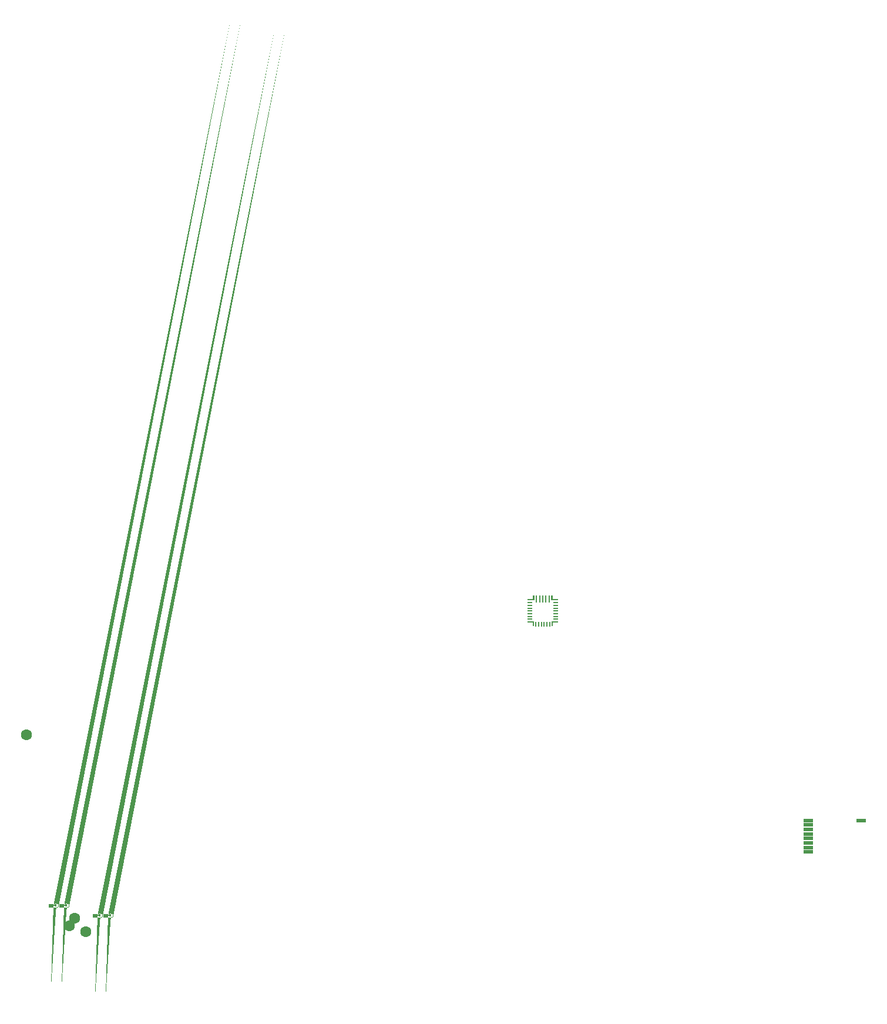
<source format=gbr>
%TF.GenerationSoftware,Flux,Pcbnew,7.0.11-7.0.11~ubuntu20.04.1*%
%TF.CreationDate,2024-05-09T22:56:52+00:00*%
%TF.ProjectId,input,696e7075-742e-46b6-9963-61645f706362,rev?*%
%TF.SameCoordinates,Original*%
%TF.FileFunction,Paste,Top*%
%TF.FilePolarity,Positive*%
%FSLAX46Y46*%
G04 Gerber Fmt 4.6, Leading zero omitted, Abs format (unit mm)*
G04 Filename: desalinator*
G04 Build it with Flux! Visit our site at: https://www.flux.ai (PCBNEW 7.0.11-7.0.11~ubuntu20.04.1) date 2024-05-09 22:56:52*
%MOMM*%
%LPD*%
G01*
G04 APERTURE LIST*
G04 Aperture macros list*
%AMFreePoly0*
4,1,101,0.370957,0.474848,0.375593,0.474391,0.380190,0.473632,0.384728,0.472574,0.389186,0.471221,0.393547,0.469580,0.397791,0.467657,0.401900,0.465461,0.405857,0.463001,0.409644,0.460287,0.413245,0.457331,0.416646,0.454146,0.419831,0.450745,0.422787,0.447144,0.425501,0.443357,0.427961,0.439400,0.430157,0.435291,0.432080,0.431047,0.433721,0.426686,0.435074,0.422228,
0.436132,0.417690,0.436891,0.413093,0.437348,0.408457,0.437500,0.403800,0.437500,-0.403800,0.437348,-0.408457,0.436891,-0.413093,0.436132,-0.417690,0.435074,-0.422228,0.433721,-0.426686,0.432080,-0.431047,0.430157,-0.435291,0.427961,-0.439400,0.425501,-0.443357,0.422787,-0.447144,0.419831,-0.450745,0.416646,-0.454146,0.413245,-0.457331,0.409644,-0.460287,0.405857,-0.463001,
0.401900,-0.465461,0.397791,-0.467657,0.393547,-0.469580,0.389186,-0.471221,0.384728,-0.472574,0.380190,-0.473632,0.375593,-0.474391,0.370957,-0.474848,0.366300,-0.475000,-0.366300,-0.475000,-0.370957,-0.474848,-0.375593,-0.474391,-0.380190,-0.473632,-0.384728,-0.472574,-0.389186,-0.471221,-0.393547,-0.469580,-0.397791,-0.467657,-0.401900,-0.465461,-0.405857,-0.463001,-0.409644,-0.460287,
-0.413245,-0.457331,-0.416646,-0.454146,-0.419831,-0.450745,-0.422787,-0.447144,-0.425501,-0.443357,-0.427961,-0.439400,-0.430157,-0.435291,-0.432080,-0.431047,-0.433721,-0.426686,-0.435074,-0.422228,-0.436132,-0.417690,-0.436891,-0.413093,-0.437348,-0.408457,-0.437500,-0.403800,-0.437500,0.403800,-0.437348,0.408457,-0.436891,0.413093,-0.436132,0.417690,-0.435074,0.422228,-0.433721,0.426686,
-0.432080,0.431047,-0.430157,0.435291,-0.427961,0.439400,-0.425501,0.443357,-0.422787,0.447144,-0.419831,0.450745,-0.416646,0.454146,-0.413245,0.457331,-0.409644,0.460287,-0.405857,0.463001,-0.401900,0.465461,-0.397791,0.467657,-0.393547,0.469580,-0.389186,0.471221,-0.384728,0.472574,-0.380190,0.473632,-0.375593,0.474391,-0.370957,0.474848,-0.366300,0.475000,0.366300,0.475000,
0.370957,0.474848,0.370957,0.474848,$1*%
%AMFreePoly1*
4,1,5,0.715000,-0.230000,-0.715000,-0.230000,-0.715000,0.230000,0.715000,0.230000,0.715000,-0.230000,0.715000,-0.230000,$1*%
%AMFreePoly2*
4,1,5,0.100000,-0.500000,-0.100000,-0.500000,-0.100000,0.500000,0.100000,0.500000,0.100000,-0.500000,0.100000,-0.500000,$1*%
%AMFreePoly3*
4,1,17,0.303000,0.104000,0.305000,0.100000,0.305000,-0.100000,0.304000,-0.103000,0.300000,-0.105000,-0.395000,-0.105000,-0.395000,-0.600000,-0.396000,-0.603000,-0.400000,-0.605000,-0.600000,-0.605000,-0.603000,-0.604000,-0.605000,-0.600000,-0.605000,0.100000,-0.604000,0.103000,-0.600000,0.105000,0.300000,0.105000,0.303000,0.104000,0.303000,0.104000,$1*%
%AMFreePoly4*
4,1,17,0.603000,0.104000,0.605000,0.100000,0.605000,-0.600000,0.604000,-0.603000,0.600000,-0.605000,0.400000,-0.605000,0.397000,-0.604000,0.395000,-0.600000,0.395000,-0.105000,-0.300000,-0.105000,-0.303000,-0.104000,-0.305000,-0.100000,-0.305000,0.100000,-0.304000,0.103000,-0.300000,0.105000,0.600000,0.105000,0.603000,0.104000,0.603000,0.104000,$1*%
%AMFreePoly5*
4,1,5,0.100000,-0.300000,-0.100000,-0.300000,-0.100000,0.300000,0.100000,0.300000,0.100000,-0.300000,0.100000,-0.300000,$1*%
%AMFreePoly6*
4,1,5,0.300000,-0.100000,-0.300000,-0.100000,-0.300000,0.100000,0.300000,0.100000,0.300000,-0.100000,0.300000,-0.100000,$1*%
%AMFreePoly7*
4,1,5,0.340000,-0.100000,-0.340000,-0.100000,-0.340000,0.100000,0.340000,0.100000,0.340000,-0.100000,0.340000,-0.100000,$1*%
%AMFreePoly8*
4,1,17,-0.447000,0.604000,-0.445000,0.600000,-0.445000,0.105000,0.300000,0.105000,0.303000,0.104000,0.305000,0.100000,0.305000,-0.100000,0.304000,-0.103000,0.300000,-0.105000,-0.650000,-0.105000,-0.653000,-0.104000,-0.655000,-0.100000,-0.655000,0.600000,-0.654000,0.603000,-0.650000,0.605000,-0.450000,0.605000,-0.447000,0.604000,-0.447000,0.604000,$1*%
%AMFreePoly9*
4,1,5,0.325000,-0.100000,-0.325000,-0.100000,-0.325000,0.100000,0.325000,0.100000,0.325000,-0.100000,0.325000,-0.100000,$1*%
%AMFreePoly10*
4,1,5,0.100000,-0.475000,-0.100000,-0.475000,-0.100000,0.475000,0.100000,0.475000,0.100000,-0.475000,0.100000,-0.475000,$1*%
%AMFreePoly11*
4,1,5,0.350000,-0.100000,-0.350000,-0.100000,-0.350000,0.100000,0.350000,0.100000,0.350000,-0.100000,0.350000,-0.100000,$1*%
%AMFreePoly12*
4,1,17,0.653000,0.604000,0.655000,0.600000,0.655000,-0.100000,0.654000,-0.103000,0.650000,-0.105000,-0.300000,-0.105000,-0.303000,-0.104000,-0.305000,-0.100000,-0.305000,0.100000,-0.304000,0.103000,-0.300000,0.105000,0.445000,0.105000,0.445000,0.600000,0.446000,0.603000,0.450000,0.605000,0.650000,0.605000,0.653000,0.604000,0.653000,0.604000,$1*%
G04 Aperture macros list end*
%ADD10C,1.600000*%
%ADD11FreePoly0,0.000000*%
%ADD12FreePoly1,0.000000*%
%ADD13FreePoly2,0.000000*%
%ADD14FreePoly3,0.000000*%
%ADD15FreePoly4,0.000000*%
%ADD16FreePoly5,0.000000*%
%ADD17FreePoly6,0.000000*%
%ADD18FreePoly7,0.000000*%
%ADD19FreePoly8,0.000000*%
%ADD20FreePoly9,0.000000*%
%ADD21FreePoly10,0.000000*%
%ADD22FreePoly11,0.000000*%
%ADD23FreePoly12,0.000000*%
G04 APERTURE END LIST*
D10*
%TO.C,*%
X-75283700Y4067500D03*
X-69118500Y-23480000D03*
X-68387300Y-22333200D03*
X-66800800Y-24288800D03*
D11*
X-63520100Y-22029800D03*
X-65095100Y-22029800D03*
X-69870000Y-20579200D03*
X-71445000Y-20579200D03*
D12*
X44968400Y-8273200D03*
X37378400Y-10873200D03*
X37378400Y-12823200D03*
X37378400Y-12173200D03*
X37378400Y-10873200D03*
X37378400Y-10223200D03*
X37378400Y-12823200D03*
X37378400Y-8923200D03*
X37378400Y-11523200D03*
X37378400Y-9573200D03*
X37378400Y-8923200D03*
X37378400Y-11523200D03*
X37378400Y-12173200D03*
X37378400Y-9573200D03*
X37378400Y-10223200D03*
X37378400Y-8273200D03*
D13*
X-449900Y23586100D03*
X100Y23586100D03*
X-899900Y23586100D03*
X-1349900Y23586100D03*
D14*
X1000100Y20286100D03*
D15*
X-2799900Y20286100D03*
D16*
X-699900Y19986100D03*
D17*
X-2799900Y21886100D03*
D16*
X-299900Y19986100D03*
X-1099900Y19986100D03*
D18*
X962600Y21486100D03*
D17*
X-2799900Y22286100D03*
X1000100Y23086100D03*
X1000100Y22686100D03*
D19*
X1000100Y23486100D03*
D17*
X1000100Y22286100D03*
D20*
X975100Y21086100D03*
D17*
X-2799900Y22686100D03*
D21*
X-1799900Y23611100D03*
D16*
X-1899900Y19986100D03*
D17*
X-2799900Y20686100D03*
D16*
X100100Y19986100D03*
D22*
X950100Y20686100D03*
D23*
X-2799900Y23486100D03*
D17*
X1000100Y21886100D03*
X-2799900Y21486100D03*
D16*
X-1499900Y19986100D03*
D17*
X-2799900Y23086100D03*
X-2799900Y21086100D03*
%TD*%
M02*

</source>
